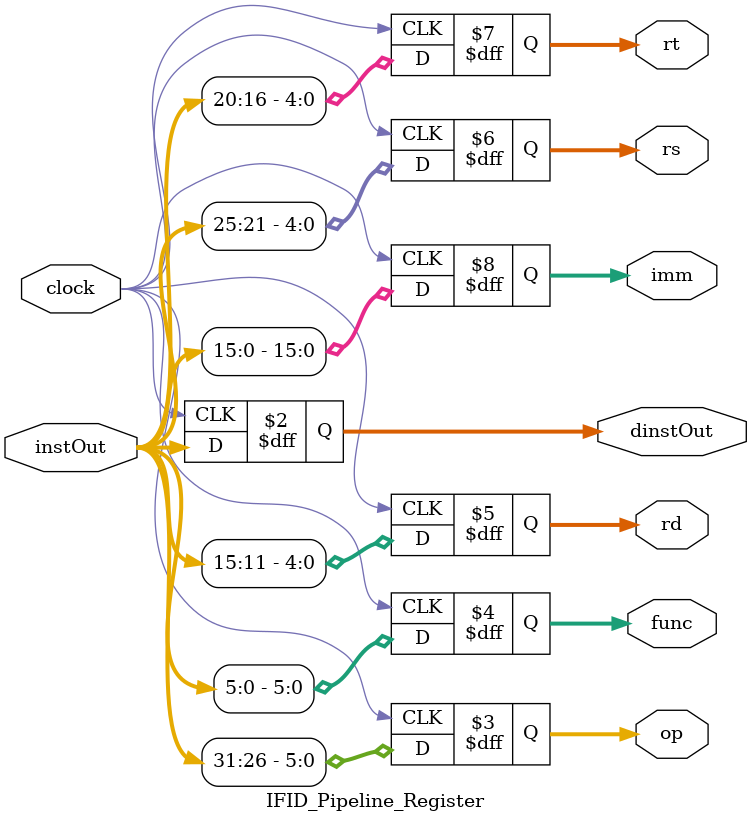
<source format=v>
`timescale 1ns / 1ps
module IFID_Pipeline_Register(
    input clock, 
    input [31:0] instOut,
    output reg [31:0] dinstOut,
    output reg [5:0] op,
    output reg [5:0] func,
    output reg [4:0] rd, rs, rt,
    output reg [15:0] imm
    );
    always@(posedge clock) begin
        dinstOut <= instOut;
        op = instOut[31:26];
        func = instOut[5:0];
        rs = instOut[25:21];
        rt = instOut[20:16];
        rd = instOut[15:11];
        imm = instOut[15:0];
    end
endmodule

</source>
